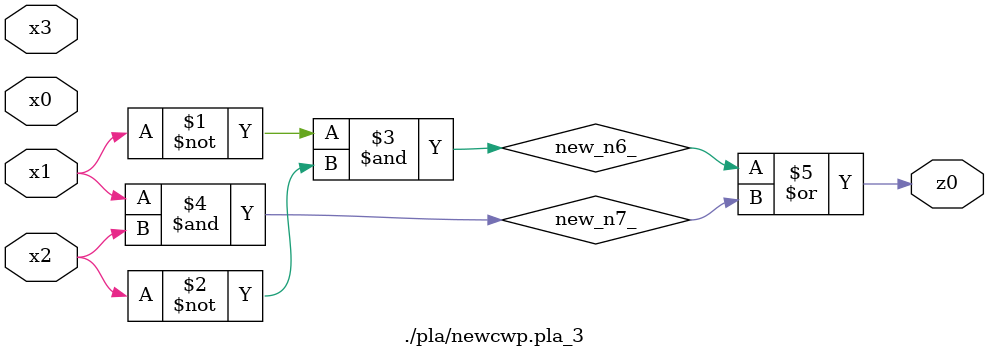
<source format=v>

module \./pla/newcwp.pla_3  ( 
    x0, x1, x2, x3,
    z0  );
  input  x0, x1, x2, x3;
  output z0;
  wire new_n6_, new_n7_;
  assign new_n6_ = ~x1 & ~x2;
  assign new_n7_ = x1 & x2;
  assign z0 = new_n6_ | new_n7_;
endmodule



</source>
